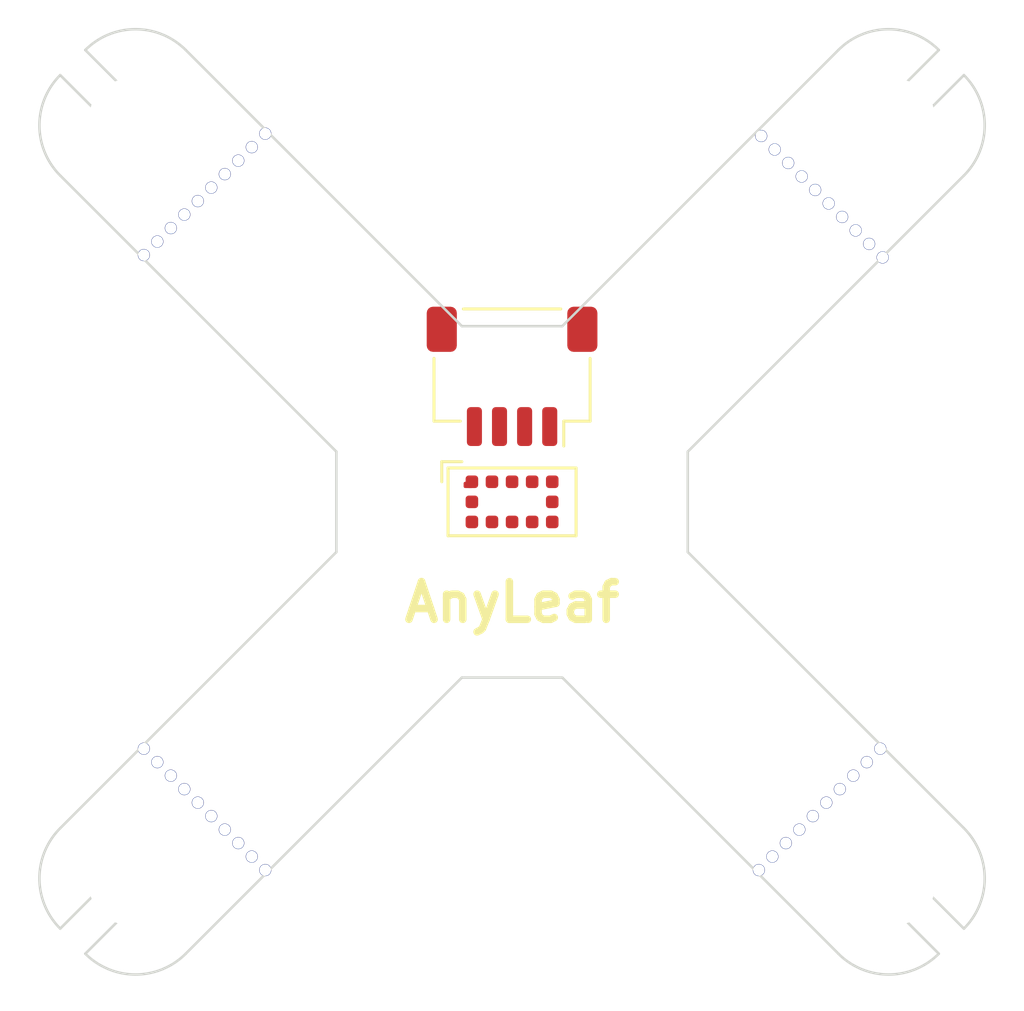
<source format=kicad_pcb>
(kicad_pcb (version 20211014) (generator pcbnew)
  (layers (0 "F.Cu" signal) (31 "B.Cu" signal) (34 "B.Paste" user) (35 "F.Paste" user) (36 "B.SilkS" user "B.Silkscreen") (37 "F.SilkS" user "F.Silkscreen") (38 "B.Mask" user) (39 "F.Mask" user) (44 "Edge.Cuts" user))
  (net 0 "")
  (net 6 "+3V3")
  (net 7 "GND")
  (net 8 "/SDA")
  (net 9 "/SCL")
  (footprint "Anyleaf_Shared:Mouse bites_7mm" (layer "F.Cu") (at 137.75 87.75 45)
    (fp_text reference "H12" hide)
    (fp_text value "MountingHole_Pad" hide)
    (pad "" np_thru_hole circle (at -0.38 0 45) (size 0.48 0.48) (drill 0.45) (layers F&B.Cu *.Mask))
    (pad "" np_thru_hole circle (at -3.42 0 45) (size 0.48 0.48) (drill 0.45) (layers F&B.Cu *.Mask))
    (pad "" np_thru_hole circle (at 3.42 0 45) (size 0.48 0.48) (drill 0.45) (layers F&B.Cu *.Mask))
    (pad "" np_thru_hole circle (at 1.9 0 45) (size 0.48 0.48) (drill 0.45) (layers F&B.Cu *.Mask))
    (pad "" np_thru_hole circle (at -1.9 0 45) (size 0.48 0.48) (drill 0.45) (layers F&B.Cu *.Mask))
    (pad "" np_thru_hole circle (at 1.14 0 45) (size 0.48 0.48) (drill 0.45) (layers F&B.Cu *.Mask))
    (pad "" np_thru_hole circle (at 2.66 0 45) (size 0.48 0.48) (drill 0.45) (layers F&B.Cu *.Mask))
    (pad "" np_thru_hole circle (at -2.66 0 45) (size 0.48 0.48) (drill 0.45) (layers F&B.Cu *.Mask))
    (pad "" np_thru_hole circle (at 0.38 0 45) (size 0.48 0.48) (drill 0.45) (layers F&B.Cu *.Mask))
    (pad "" np_thru_hole circle (at -1.14 0 45) (size 0.48 0.48) (drill 0.45) (layers F&B.Cu *.Mask))
  )
  (footprint "MountingHole:MountingHole_3.2mm_M3" (layer "F.Cu") (at 134.75 115.25)
    (fp_text reference "H3" hide)
    (fp_text value "MountingHole")
    (pad "" np_thru_hole circle locked (at 0 0) (size 3.2 3.2) (drill 3.2) (layers *.Cu *.Mask))
  )
  (footprint "Sensor_Distance:ST_VL53L1x" (layer "F.Cu") (at 150 100)
    (fp_text reference "U1" hide)
    (fp_text value "VL53L1CXV0FY1")
    (fp_line (start -2.8 -1.6) (end -2 -1.6) (layer "F.SilkS") (width 0.12))
    (fp_line (start 2.55 -1.35) (end -2.55 -1.35) (layer "F.SilkS") (width 0.12))
    (fp_line (start -2.8 -0.8) (end -2.8 -1.6) (layer "F.SilkS") (width 0.12))
    (fp_line (start -2.55 -1.35) (end -2.55 1.35) (layer "F.SilkS") (width 0.12))
    (fp_line (start -2.55 1.35) (end 2.55 1.35) (layer "F.SilkS") (width 0.12))
    (fp_line (start 2.55 1.35) (end 2.55 -1.35) (layer "F.SilkS") (width 0.12))
    (pad "1" smd roundrect locked (at -1.74 -0.675) (size 0.38 0.25) (layers "F.Cu" "F.Paste" "F.Mask"))
    (pad "1" smd roundrect locked (at -1.6 -0.8) (size 0.5 0.5) (layers "F.Cu" "F.Paste" "F.Mask"))
    (pad "2" smd roundrect locked (at -0.8 -0.8) (size 0.5 0.5) (layers "F.Cu" "F.Paste" "F.Mask"))
    (pad "3" smd roundrect locked (at 0 -0.8) (size 0.5 0.5) (layers "F.Cu" "F.Paste" "F.Mask") (net 7 "GND"))
    (pad "4" smd roundrect locked (at 0.8 -0.8) (size 0.5 0.5) (layers "F.Cu" "F.Paste" "F.Mask") (net 7 "GND"))
    (pad "5" smd roundrect locked (at 1.6 -0.8) (size 0.5 0.5) (layers "F.Cu" "F.Paste" "F.Mask"))
    (pad "6" smd roundrect locked (at 1.6 0) (size 0.5 0.5) (layers "F.Cu" "F.Paste" "F.Mask") (net 7 "GND"))
    (pad "7" smd roundrect locked (at 1.6 0.8) (size 0.5 0.5) (layers "F.Cu" "F.Paste" "F.Mask"))
    (pad "8" smd roundrect locked (at 0.8 0.8) (size 0.5 0.5) (layers "F.Cu" "F.Paste" "F.Mask"))
    (pad "9" smd roundrect locked (at 0 0.8) (size 0.5 0.5) (layers "F.Cu" "F.Paste" "F.Mask") (net 8 "/SDA"))
    (pad "10" smd roundrect locked (at -0.8 0.8) (size 0.5 0.5) (layers "F.Cu" "F.Paste" "F.Mask") (net 9 "/SCL"))
    (pad "11" smd roundrect locked (at -1.6 0.8) (size 0.5 0.5) (layers "F.Cu" "F.Paste" "F.Mask") (net 6 "+3V3"))
    (pad "12" smd roundrect locked (at -1.6 0) (size 0.5 0.5) (layers "F.Cu" "F.Paste" "F.Mask") (net 7 "GND"))
  )
  (footprint "MountingHole:MountingHole_3.2mm_M3" (layer "F.Cu") (at 134.75 84.75)
    (fp_text reference "H1" hide)
    (fp_text value "MountingHole")
    (pad "" np_thru_hole circle locked (at 0 0) (size 3.2 3.2) (drill 3.2) (layers *.Cu *.Mask))
  )
  (footprint "MountingHole:MountingHole_3.2mm_M3" (layer "F.Cu") (at 140 90)
    (fp_text reference "H7" hide)
    (fp_text value "MountingHole")
    (pad "" np_thru_hole circle locked (at 0 0) (size 3.2 3.2) (drill 3.2) (layers *.Cu *.Mask))
  )
  (footprint "Anyleaf_Shared:Mouse bites_7mm" (layer "F.Cu") (at 137.75 112.25 135)
    (fp_text reference "H11" hide)
    (fp_text value "MountingHole_Pad" hide)
    (pad "" np_thru_hole circle (at -2.66 0 135) (size 0.48 0.48) (drill 0.45) (layers F&B.Cu *.Mask))
    (pad "" np_thru_hole circle (at 3.42 0 135) (size 0.48 0.48) (drill 0.45) (layers F&B.Cu *.Mask))
    (pad "" np_thru_hole circle (at 2.66 0 135) (size 0.48 0.48) (drill 0.45) (layers F&B.Cu *.Mask))
    (pad "" np_thru_hole circle (at 0.38 0 135) (size 0.48 0.48) (drill 0.45) (layers F&B.Cu *.Mask))
    (pad "" np_thru_hole circle (at -0.38 0 135) (size 0.48 0.48) (drill 0.45) (layers F&B.Cu *.Mask))
    (pad "" np_thru_hole circle (at 1.14 0 135) (size 0.48 0.48) (drill 0.45) (layers F&B.Cu *.Mask))
    (pad "" np_thru_hole circle (at -1.9 0 135) (size 0.48 0.48) (drill 0.45) (layers F&B.Cu *.Mask))
    (pad "" np_thru_hole circle (at -1.14 0 135) (size 0.48 0.48) (drill 0.45) (layers F&B.Cu *.Mask))
    (pad "" np_thru_hole circle (at 1.9 0 135) (size 0.48 0.48) (drill 0.45) (layers F&B.Cu *.Mask))
    (pad "" np_thru_hole circle (at -3.42 0 135) (size 0.48 0.48) (drill 0.45) (layers F&B.Cu *.Mask))
  )
  (footprint "Anyleaf_Shared:Mouse bites_7mm" (layer "F.Cu") (at 162.25 112.25 45)
    (fp_text reference "H6" hide)
    (fp_text value "MountingHole_Pad" hide)
    (pad "" np_thru_hole circle (at -3.42 0 45) (size 0.48 0.48) (drill 0.45) (layers F&B.Cu *.Mask))
    (pad "" np_thru_hole circle (at 2.66 0 45) (size 0.48 0.48) (drill 0.45) (layers F&B.Cu *.Mask))
    (pad "" np_thru_hole circle (at 0.38 0 45) (size 0.48 0.48) (drill 0.45) (layers F&B.Cu *.Mask))
    (pad "" np_thru_hole circle (at -1.9 0 45) (size 0.48 0.48) (drill 0.45) (layers F&B.Cu *.Mask))
    (pad "" np_thru_hole circle (at -1.14 0 45) (size 0.48 0.48) (drill 0.45) (layers F&B.Cu *.Mask))
    (pad "" np_thru_hole circle (at 3.42 0 45) (size 0.48 0.48) (drill 0.45) (layers F&B.Cu *.Mask))
    (pad "" np_thru_hole circle (at 1.14 0 45) (size 0.48 0.48) (drill 0.45) (layers F&B.Cu *.Mask))
    (pad "" np_thru_hole circle (at -2.66 0 45) (size 0.48 0.48) (drill 0.45) (layers F&B.Cu *.Mask))
    (pad "" np_thru_hole circle (at 1.9 0 45) (size 0.48 0.48) (drill 0.45) (layers F&B.Cu *.Mask))
    (pad "" np_thru_hole circle (at -0.38 0 45) (size 0.48 0.48) (drill 0.45) (layers F&B.Cu *.Mask))
  )
  (footprint "Anyleaf_Shared:Mouse bites_7mm" (layer "F.Cu") (at 162.343503 87.843503 135)
    (fp_text reference "H5" hide)
    (fp_text value "MountingHole_Pad" hide)
    (pad "" np_thru_hole circle (at -2.66 0 135) (size 0.48 0.48) (drill 0.45) (layers F&B.Cu *.Mask))
    (pad "" np_thru_hole circle (at 1.14 0 135) (size 0.48 0.48) (drill 0.45) (layers F&B.Cu *.Mask))
    (pad "" np_thru_hole circle (at 0.38 0 135) (size 0.48 0.48) (drill 0.45) (layers F&B.Cu *.Mask))
    (pad "" np_thru_hole circle (at -3.42 0 135) (size 0.48 0.48) (drill 0.45) (layers F&B.Cu *.Mask))
    (pad "" np_thru_hole circle (at 2.66 0 135) (size 0.48 0.48) (drill 0.45) (layers F&B.Cu *.Mask))
    (pad "" np_thru_hole circle (at 3.42 0 135) (size 0.48 0.48) (drill 0.45) (layers F&B.Cu *.Mask))
    (pad "" np_thru_hole circle (at 1.9 0 135) (size 0.48 0.48) (drill 0.45) (layers F&B.Cu *.Mask))
    (pad "" np_thru_hole circle (at -1.14 0 135) (size 0.48 0.48) (drill 0.45) (layers F&B.Cu *.Mask))
    (pad "" np_thru_hole circle (at -1.9 0 135) (size 0.48 0.48) (drill 0.45) (layers F&B.Cu *.Mask))
    (pad "" np_thru_hole circle (at -0.38 0 135) (size 0.48 0.48) (drill 0.45) (layers F&B.Cu *.Mask))
  )
  (footprint "MountingHole:MountingHole_3.2mm_M3" (layer "F.Cu") (at 160 90)
    (fp_text reference "H8" hide)
    (fp_text value "MountingHole")
    (pad "" np_thru_hole circle locked (at 0 0) (size 3.2 3.2) (drill 3.2) (layers *.Cu *.Mask))
  )
  (footprint "MountingHole:MountingHole_3.2mm_M3" (layer "F.Cu") (at 160 110)
    (fp_text reference "H10" hide)
    (fp_text value "MountingHole")
    (pad "" np_thru_hole circle locked (at 0 0) (size 3.2 3.2) (drill 3.2) (layers *.Cu *.Mask))
  )
  (footprint "Connector_JST:JST_SH_SM04B-SRSS-TB_1x04-1MP_P1.00mm_Horizontal" (layer "F.Cu") (at 150 95 180)
    (fp_text reference "J1" hide)
    (fp_text value "Conn_01x04_Male")
    (fp_line (start 3.11 0.715) (end 3.11 -1.785) (layer "F.SilkS") (width 0.12))
    (fp_line (start -3.11 0.715) (end -3.11 -1.785) (layer "F.SilkS") (width 0.12))
    (fp_line (start -2.06 -1.785) (end -2.06 -2.775) (layer "F.SilkS") (width 0.12))
    (fp_line (start -1.94 2.685) (end 1.94 2.685) (layer "F.SilkS") (width 0.12))
    (fp_line (start -3.11 -1.785) (end -2.06 -1.785) (layer "F.SilkS") (width 0.12))
    (fp_line (start 3.11 -1.785) (end 2.06 -1.785) (layer "F.SilkS") (width 0.12))
    (pad "1" smd roundrect locked (at -1.5 -2 180) (size 0.6 1.55) (layers "F.Cu" "F.Paste" "F.Mask") (net 6 "+3V3"))
    (pad "2" smd roundrect locked (at -0.5 -2 180) (size 0.6 1.55) (layers "F.Cu" "F.Paste" "F.Mask") (net 7 "GND"))
    (pad "3" smd roundrect locked (at 0.5 -2 180) (size 0.6 1.55) (layers "F.Cu" "F.Paste" "F.Mask") (net 8 "/SDA"))
    (pad "4" smd roundrect locked (at 1.5 -2 180) (size 0.6 1.55) (layers "F.Cu" "F.Paste" "F.Mask") (net 9 "/SCL"))
    (pad "MP" smd roundrect locked (at -2.8 1.875 180) (size 1.2 1.8) (layers "F.Cu" "F.Paste" "F.Mask") (roundrect_rratio 0.208333))
    (pad "MP" smd roundrect locked (at 2.8 1.875 180) (size 1.2 1.8) (layers "F.Cu" "F.Paste" "F.Mask") (roundrect_rratio 0.208333))
  )
  (footprint "MountingHole:MountingHole_3.2mm_M3" (layer "F.Cu") (at 165.25 115.25)
    (fp_text reference "H4" hide)
    (fp_text value "MountingHole")
    (pad "" np_thru_hole circle locked (at 0 0) (size 3.2 3.2) (drill 3.2) (layers *.Cu *.Mask))
  )
  (footprint "MountingHole:MountingHole_3.2mm_M3" (layer "F.Cu") (at 165.25 84.75)
    (fp_text reference "H2" hide)
    (fp_text value "MountingHole")
    (pad "" np_thru_hole circle locked (at 0 0) (size 3.2 3.2) (drill 3.2) (layers *.Cu *.Mask))
  )
  (footprint "MountingHole:MountingHole_3.2mm_M3" (layer "F.Cu") (at 140 110)
    (fp_text reference "H9" hide)
    (fp_text value "MountingHole")
    (pad "" np_thru_hole circle locked (at 0 0) (size 3.2 3.2) (drill 3.2) (layers *.Cu *.Mask))
  )
  (gr_line (start 168 113) (end 157 102) (layer "Edge.Cuts") (width 0.1))
  (gr_line (start 133 82) (end 134.5 83.5) (layer "Edge.Cuts") (width 0.1))
  (gr_line (start 133.5 115.5) (end 134.5 116.5) (layer "Edge.Cuts") (width 0.1))
  (gr_line (start 134.5 116.5) (end 133 118) (layer "Edge.Cuts") (width 0.1))
  (gr_line (start 148 93) (end 137 82) (layer "Edge.Cuts") (width 0.1))
  (gr_arc (start 168 83) (mid 168.828427 85) (end 168 87) (layer "Edge.Cuts") (width 0.1))
  (gr_line (start 143 98) (end 143 102) (layer "Edge.Cuts") (width 0.1))
  (gr_arc (start 132 87) (mid 131.171573 85) (end 132 83) (layer "Edge.Cuts") (width 0.1))
  (gr_line (start 132 117) (end 133.5 115.5) (layer "Edge.Cuts") (width 0.1))
  (gr_line (start 137 118) (end 148 107) (layer "Edge.Cuts") (width 0.1))
  (gr_line (start 152 93) (end 163 82) (layer "Edge.Cuts") (width 0.1))
  (gr_line (start 148 93) (end 152 93) (layer "Edge.Cuts") (width 0.1))
  (gr_line (start 157 98) (end 157 102) (layer "Edge.Cuts") (width 0.1))
  (gr_arc (start 133 82) (mid 135 81.171573) (end 137 82) (layer "Edge.Cuts") (width 0.1))
  (gr_line (start 168 83) (end 166.5 84.5) (layer "Edge.Cuts") (width 0.1))
  (gr_line (start 168 87) (end 157 98) (layer "Edge.Cuts") (width 0.1))
  (gr_line (start 132 87) (end 143 98) (layer "Edge.Cuts") (width 0.1))
  (gr_arc (start 167 118) (mid 165 118.828427) (end 163 118) (layer "Edge.Cuts") (width 0.1))
  (gr_arc (start 168 113) (mid 168.828427 115) (end 168 117) (layer "Edge.Cuts") (width 0.1))
  (gr_line (start 165.5 83.5) (end 166.5 84.5) (layer "Edge.Cuts") (width 0.1))
  (gr_line (start 133.5 84.5) (end 132 83) (layer "Edge.Cuts") (width 0.1))
  (gr_line (start 167 118) (end 165.5 116.5) (layer "Edge.Cuts") (width 0.1))
  (gr_arc (start 163 82) (mid 165 81.171573) (end 167 82) (layer "Edge.Cuts") (width 0.1))
  (gr_arc (start 132 117) (mid 131.171573 115) (end 132 113) (layer "Edge.Cuts") (width 0.1))
  (gr_line (start 166.5 115.5) (end 168 117) (layer "Edge.Cuts") (width 0.1))
  (gr_line (start 152 107) (end 148 107) (layer "Edge.Cuts") (width 0.1))
  (gr_line (start 167 82) (end 165.5 83.5) (layer "Edge.Cuts") (width 0.1))
  (gr_line (start 152 107) (end 163 118) (layer "Edge.Cuts") (width 0.1))
  (gr_line (start 143 102) (end 132 113) (layer "Edge.Cuts") (width 0.1))
  (gr_arc (start 137 118) (mid 135 118.828427) (end 133 118) (layer "Edge.Cuts") (width 0.1))
  (gr_line (start 165.5 116.5) (end 166.5 115.5) (layer "Edge.Cuts") (width 0.1))
  (gr_line (start 134.5 83.5) (end 133.5 84.5) (layer "Edge.Cuts") (width 0.1))
  (gr_text "AnyLeaf" (at 150 104) (layer "F.SilkS") (effects (font (size 1.5 1.5) (thickness 0.3))))
)
</source>
